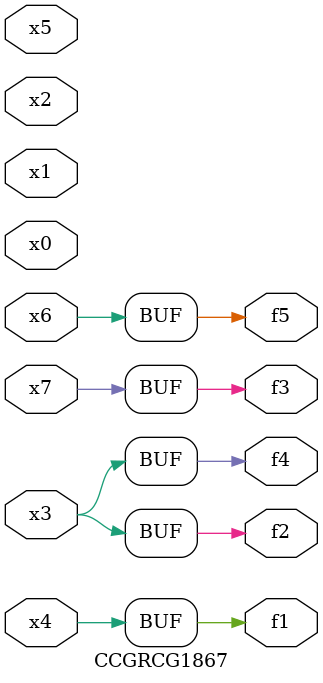
<source format=v>
module CCGRCG1867(
	input x0, x1, x2, x3, x4, x5, x6, x7,
	output f1, f2, f3, f4, f5
);
	assign f1 = x4;
	assign f2 = x3;
	assign f3 = x7;
	assign f4 = x3;
	assign f5 = x6;
endmodule

</source>
